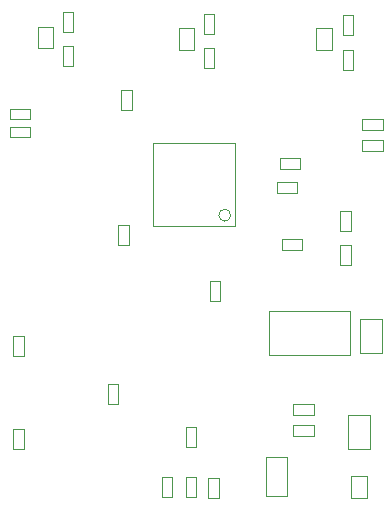
<source format=gbr>
%TF.GenerationSoftware,Altium Limited,Altium Designer,20.0.13 (296)*%
G04 Layer_Color=16711935*
%FSLAX25Y25*%
%MOIN*%
%TF.FileFunction,Other,Mechanical_13*%
%TF.Part,Single*%
G01*
G75*
%TA.AperFunction,NonConductor*%
%ADD67C,0.00394*%
D67*
X526205Y274264D02*
G03*
X526205Y274264I-1969J0D01*
G01*
X453728Y233846D02*
X457272D01*
X453728Y227153D02*
X457272D01*
Y233846D01*
X453728Y227153D02*
Y233846D01*
X493272Y309409D02*
Y316102D01*
X489728Y309409D02*
Y316102D01*
X493272D01*
X489728Y309409D02*
X493272D01*
X453728Y202847D02*
X457272D01*
X453728Y196153D02*
X457272D01*
Y202847D01*
X453728Y196153D02*
Y202847D01*
X519228Y245654D02*
Y252346D01*
X522772Y245654D02*
Y252346D01*
X519228Y245654D02*
X522772D01*
X519228Y252346D02*
X522772D01*
X541653Y281728D02*
X548347D01*
X541653Y285272D02*
X548347D01*
Y281728D02*
Y285272D01*
X541653Y281728D02*
Y285272D01*
X576543Y228291D02*
Y239709D01*
X569457Y228291D02*
Y239709D01*
X576543D01*
X569457Y228291D02*
X576543D01*
X565886Y227520D02*
Y242480D01*
X539114Y227520D02*
Y242480D01*
X565886D01*
X539114Y227520D02*
X565886D01*
X543398Y262728D02*
X550091D01*
X543398Y266272D02*
X550091D01*
Y262728D02*
Y266272D01*
X543398Y262728D02*
Y266272D01*
X488728Y264398D02*
Y271091D01*
X492272Y264398D02*
Y271091D01*
X488728Y264398D02*
X492272D01*
X488728Y271091D02*
X492272D01*
X542654Y289728D02*
X549346D01*
X542654Y293272D02*
X549346D01*
Y289728D02*
Y293272D01*
X542654Y289728D02*
Y293272D01*
X527779Y270721D02*
Y298280D01*
X500220Y270721D02*
Y298280D01*
Y270721D02*
X527779D01*
X500220Y298280D02*
X527779D01*
X562728Y257653D02*
X566272D01*
X562728Y264347D02*
X566272D01*
X562728Y257653D02*
Y264347D01*
X566272Y257653D02*
Y264347D01*
X511228Y196898D02*
X514772D01*
X511228Y203591D02*
X514772D01*
X511228Y196898D02*
Y203591D01*
X514772Y196898D02*
Y203591D01*
X503228Y180154D02*
X506772D01*
X503228Y186846D02*
X506772D01*
X503228Y180154D02*
Y186846D01*
X506772Y180154D02*
Y186846D01*
X511228Y180409D02*
X514772D01*
X511228Y187102D02*
X514772D01*
X511228Y180409D02*
Y187102D01*
X514772Y180409D02*
Y187102D01*
X522272Y179909D02*
Y186602D01*
X518728Y179909D02*
Y186602D01*
X522272D01*
X518728Y179909D02*
X522272D01*
X566342Y180075D02*
X571658D01*
X566342Y187161D02*
X571658D01*
X566342Y180075D02*
Y187161D01*
X571658Y180075D02*
Y187161D01*
X547154Y211272D02*
X553847D01*
X547154Y207728D02*
X553847D01*
X547154D02*
Y211272D01*
X553847Y207728D02*
Y211272D01*
X547154Y204272D02*
X553847D01*
X547154Y200728D02*
X553847D01*
X547154D02*
Y204272D01*
X553847Y200728D02*
Y204272D01*
X570154Y299272D02*
X576847D01*
X570154Y295728D02*
X576847D01*
X570154D02*
Y299272D01*
X576847Y295728D02*
Y299272D01*
X570154Y306272D02*
X576847D01*
X570154Y302728D02*
X576847D01*
X570154D02*
Y306272D01*
X576847Y302728D02*
Y306272D01*
X452654Y300228D02*
X459346D01*
X452654Y303772D02*
X459346D01*
Y300228D02*
Y303772D01*
X452654Y300228D02*
Y303772D01*
Y306228D02*
X459346D01*
X452654Y309772D02*
X459346D01*
Y306228D02*
Y309772D01*
X452654Y306228D02*
Y309772D01*
X563602Y322654D02*
Y329346D01*
X567146Y322654D02*
Y329346D01*
X563602Y322654D02*
X567146D01*
X563602Y329346D02*
X567146D01*
X567146Y334154D02*
Y340846D01*
X563602Y334154D02*
Y340846D01*
X567146D01*
X563602Y334154D02*
X567146D01*
X517228Y323153D02*
Y329847D01*
X520772Y323153D02*
Y329847D01*
X517228Y323153D02*
X520772D01*
X517228Y329847D02*
X520772D01*
X520772Y334653D02*
Y341347D01*
X517228Y334653D02*
Y341347D01*
X520772D01*
X517228Y334653D02*
X520772D01*
X470228Y323898D02*
Y330591D01*
X473772Y323898D02*
Y330591D01*
X470228Y323898D02*
X473772D01*
X470228Y330591D02*
X473772D01*
X473772Y335154D02*
Y341846D01*
X470228Y335154D02*
Y341846D01*
X473772D01*
X470228Y335154D02*
X473772D01*
X554716Y336543D02*
X560032D01*
X554716Y329457D02*
X560032D01*
Y336543D01*
X554716Y329457D02*
Y336543D01*
X485228Y211154D02*
Y217846D01*
X488772Y211154D02*
Y217846D01*
X485228Y211154D02*
X488772D01*
X485228Y217846D02*
X488772D01*
X562728Y268898D02*
Y275590D01*
X566272Y268898D02*
Y275590D01*
X562728Y268898D02*
X566272D01*
X562728Y275590D02*
X566272D01*
X565457Y207709D02*
X572543D01*
X565457Y196291D02*
X572543D01*
Y207709D01*
X565457Y196291D02*
Y207709D01*
X538154Y193496D02*
X544846D01*
X538154Y180504D02*
X544846D01*
Y193496D01*
X538154Y180504D02*
Y193496D01*
X461842Y337043D02*
X467158D01*
X461842Y329957D02*
X467158D01*
Y337043D01*
X461842Y329957D02*
Y337043D01*
X508843Y336543D02*
X514157D01*
X508843Y329457D02*
X514157D01*
Y336543D01*
X508843Y329457D02*
Y336543D01*
%TF.MD5,eee1b23343924af3be30395b9613d13c*%
M02*

</source>
